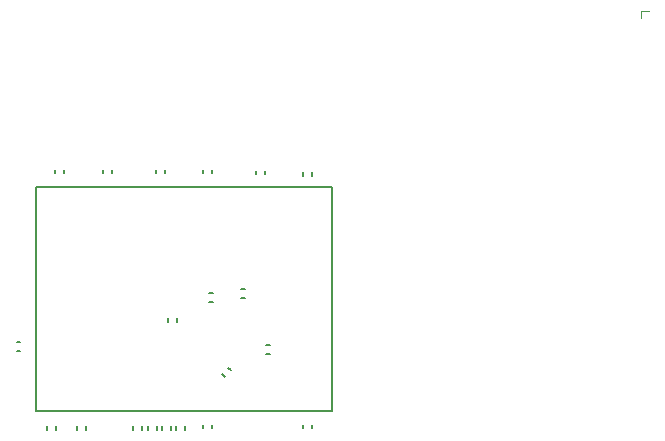
<source format=gbr>
%TF.GenerationSoftware,KiCad,Pcbnew,(6.0.0)*%
%TF.CreationDate,2022-08-21T23:10:39+12:00*%
%TF.ProjectId,TEST_FIXTURE,54455354-5f46-4495-9854-5552452e6b69,v1.0*%
%TF.SameCoordinates,Original*%
%TF.FileFunction,Legend,Top*%
%TF.FilePolarity,Positive*%
%FSLAX46Y46*%
G04 Gerber Fmt 4.6, Leading zero omitted, Abs format (unit mm)*
G04 Created by KiCad (PCBNEW (6.0.0)) date 2022-08-21 23:10:39*
%MOMM*%
%LPD*%
G01*
G04 APERTURE LIST*
%ADD10C,0.200000*%
%ADD11C,0.120000*%
%ADD12C,0.150000*%
G04 APERTURE END LIST*
D10*
X212500000Y-159500000D02*
X212500000Y-140500000D01*
X187500000Y-140500000D02*
X212500000Y-140500000D01*
X187500000Y-159500000D02*
X187500000Y-140500000D01*
X187500000Y-159500000D02*
X212500000Y-159500000D01*
D11*
%TO.C,J5*%
X238730000Y-125595000D02*
X239365000Y-125595000D01*
X238730000Y-126230000D02*
X238730000Y-125595000D01*
D12*
%TO.C,R4*%
X198380000Y-139046359D02*
X198380000Y-139353641D01*
X197620000Y-139046359D02*
X197620000Y-139353641D01*
%TO.C,R8*%
X197680000Y-161053641D02*
X197680000Y-160746359D01*
X196920000Y-161053641D02*
X196920000Y-160746359D01*
%TO.C,R10*%
X199320000Y-161053641D02*
X199320000Y-160746359D01*
X200080000Y-161053641D02*
X200080000Y-160746359D01*
%TO.C,R3*%
X201620000Y-139046359D02*
X201620000Y-139353641D01*
X202380000Y-139046359D02*
X202380000Y-139353641D01*
%TO.C,R6*%
X189880000Y-139046359D02*
X189880000Y-139353641D01*
X189120000Y-139046359D02*
X189120000Y-139353641D01*
%TO.C,R7*%
X195720000Y-161053641D02*
X195720000Y-160746359D01*
X196480000Y-161053641D02*
X196480000Y-160746359D01*
%TO.C,R5*%
X193120000Y-139046359D02*
X193120000Y-139353641D01*
X193880000Y-139046359D02*
X193880000Y-139353641D01*
%TO.C,R9*%
X198880000Y-161053641D02*
X198880000Y-160746359D01*
X198120000Y-161053641D02*
X198120000Y-160746359D01*
%TO.C,R13*%
X201620000Y-160953641D02*
X201620000Y-160646359D01*
X202380000Y-160953641D02*
X202380000Y-160646359D01*
%TO.C,R18*%
X202453641Y-149520000D02*
X202146359Y-149520000D01*
X202453641Y-150280000D02*
X202146359Y-150280000D01*
%TO.C,R12*%
X189180000Y-161053641D02*
X189180000Y-160746359D01*
X188420000Y-161053641D02*
X188420000Y-160746359D01*
%TO.C,R15*%
X185846359Y-153620000D02*
X186153641Y-153620000D01*
X185846359Y-154380000D02*
X186153641Y-154380000D01*
%TO.C,R2*%
X206880000Y-139146359D02*
X206880000Y-139453641D01*
X206120000Y-139146359D02*
X206120000Y-139453641D01*
%TO.C,R1*%
X210880000Y-139246359D02*
X210880000Y-139553641D01*
X210120000Y-139246359D02*
X210120000Y-139553641D01*
%TO.C,R19*%
X198620000Y-151646359D02*
X198620000Y-151953641D01*
X199380000Y-151646359D02*
X199380000Y-151953641D01*
%TO.C,R16*%
X203977341Y-156039940D02*
X203760060Y-155822659D01*
X203439940Y-156577341D02*
X203222659Y-156360060D01*
%TO.C,R14*%
X210880000Y-160953641D02*
X210880000Y-160646359D01*
X210120000Y-160953641D02*
X210120000Y-160646359D01*
%TO.C,R20*%
X205153641Y-149120000D02*
X204846359Y-149120000D01*
X205153641Y-149880000D02*
X204846359Y-149880000D01*
%TO.C,R17*%
X207253641Y-153920000D02*
X206946359Y-153920000D01*
X207253641Y-154680000D02*
X206946359Y-154680000D01*
%TO.C,R11*%
X190920000Y-161053641D02*
X190920000Y-160746359D01*
X191680000Y-161053641D02*
X191680000Y-160746359D01*
%TD*%
M02*

</source>
